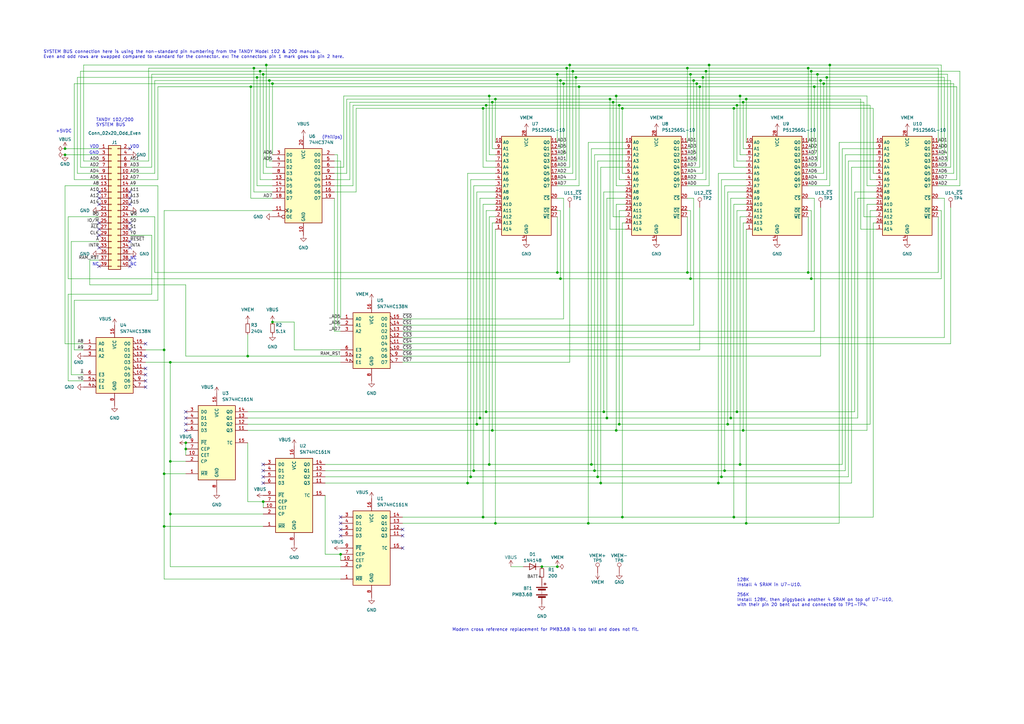
<source format=kicad_sch>
(kicad_sch (version 20230121) (generator eeschema)
  (paper "A3")
  (title_block (title "NODE DATAPAC 256K historical") (date "2023-08-23") (rev "001") (company "Brian K. White - b.kenyon.w@gmail.com") (comment 1 "Re-created from examination of physical units.") (comment 2 "This version strictly and only documents the original parts and connections."))
  (junction (at 101.6 146.05))
  (junction (at 193.04 195.58))
  (junction (at 332.74 29.21))
  (junction (at 195.58 173.99))
  (junction (at 283.21 114.3))
  (junction (at 26.67 60.96))
  (junction (at 76.2 181.61))
  (junction (at 228.6 232.41))
  (junction (at 288.29 31.75))
  (junction (at 255.27 212.09))
  (junction (at 336.55 33.02))
  (junction (at 231.14 34.29))
  (junction (at 306.07 214.63))
  (junction (at 228.6 111.76))
  (junction (at 229.87 114.3))
  (junction (at 337.82 34.29))
  (junction (at 302.26 168.91))
  (junction (at 254 173.99))
  (junction (at 67.31 143.51))
  (junction (at 199.39 168.91))
  (junction (at 69.85 210.82))
  (junction (at 284.48 33.02))
  (junction (at 281.94 111.76))
  (junction (at 200.66 190.5))
  (junction (at 201.93 41.91))
  (junction (at 285.75 34.29))
  (junction (at 194.31 193.04))
  (junction (at 304.8 41.91))
  (junction (at 243.84 193.04))
  (junction (at 255.27 44.45))
  (junction (at 26.67 63.5))
  (junction (at 109.22 26.67))
  (junction (at 203.2 40.64))
  (junction (at 198.12 44.45))
  (junction (at 201.93 176.53))
  (junction (at 237.49 35.56))
  (junction (at 199.39 43.18))
  (junction (at 67.31 194.31))
  (junction (at 107.95 205.74))
  (junction (at 287.02 35.56))
  (junction (at 139.7 227.33))
  (junction (at 251.46 41.91))
  (junction (at 111.76 132.08))
  (junction (at 245.11 195.58))
  (junction (at 339.09 31.75))
  (junction (at 110.49 33.02))
  (junction (at 303.53 190.5))
  (junction (at 281.94 27.94))
  (junction (at 67.31 215.9))
  (junction (at 105.41 31.75))
  (junction (at 228.6 30.48))
  (junction (at 283.21 30.48))
  (junction (at 300.99 44.45))
  (junction (at 246.38 198.12))
  (junction (at 300.99 212.09))
  (junction (at 76.2 184.15))
  (junction (at 191.77 198.12))
  (junction (at 106.68 29.21))
  (junction (at 298.45 173.99))
  (junction (at 203.2 214.63))
  (junction (at 107.95 30.48))
  (junction (at 248.92 171.45))
  (junction (at 229.87 33.02))
  (junction (at 340.36 26.67))
  (junction (at 302.26 43.18))
  (junction (at 303.53 39.37))
  (junction (at 252.73 39.37))
  (junction (at 335.28 30.48))
  (junction (at 304.8 176.53))
  (junction (at 222.25 232.41))
  (junction (at 69.85 189.23))
  (junction (at 290.83 26.67))
  (junction (at 232.41 27.94))
  (junction (at 236.22 31.75))
  (junction (at 234.95 29.21))
  (junction (at 200.66 39.37))
  (junction (at 104.14 27.94))
  (junction (at 297.18 193.04))
  (junction (at 331.47 111.76))
  (junction (at 196.85 171.45))
  (junction (at 247.65 168.91))
  (junction (at 331.47 27.94))
  (junction (at 250.19 40.64))
  (junction (at 252.73 176.53))
  (junction (at 198.12 212.09))
  (junction (at 254 43.18))
  (junction (at 334.01 35.56))
  (junction (at 295.91 195.58))
  (junction (at 69.85 148.59))
  (junction (at 233.68 26.67))
  (junction (at 299.72 171.45))
  (junction (at 332.74 114.3))
  (junction (at 242.57 190.5))
  (junction (at 294.64 198.12))
  (junction (at 306.07 40.64))
  (junction (at 289.56 29.21))
  (junction (at 102.87 35.56))
  (junction (at 241.3 214.63))
  (junction (at 111.76 34.29))
  (no_connect (at 59.69 146.05))
  (no_connect (at 53.34 99.06))
  (no_connect (at 165.1 217.17))
  (no_connect (at 53.34 83.82))
  (no_connect (at 76.2 171.45))
  (no_connect (at 59.69 151.13))
  (no_connect (at 40.64 109.22))
  (no_connect (at 53.34 91.44))
  (no_connect (at 59.69 158.75))
  (no_connect (at 53.34 109.22))
  (no_connect (at 76.2 173.99))
  (no_connect (at 139.7 219.71))
  (no_connect (at 165.1 219.71))
  (no_connect (at 40.64 91.44))
  (no_connect (at 165.1 224.79))
  (no_connect (at 40.64 81.28))
  (no_connect (at 107.95 195.58))
  (no_connect (at 107.95 198.12))
  (no_connect (at 59.69 156.21))
  (no_connect (at 40.64 83.82))
  (no_connect (at 107.95 190.5))
  (no_connect (at 76.2 176.53))
  (no_connect (at 40.64 101.6))
  (no_connect (at 59.69 153.67))
  (no_connect (at 53.34 78.74))
  (no_connect (at 40.64 93.98))
  (no_connect (at 40.64 96.52))
  (no_connect (at 53.34 106.68))
  (no_connect (at 53.34 60.96))
  (no_connect (at 139.7 217.17))
  (no_connect (at 53.34 81.28))
  (no_connect (at 53.34 93.98))
  (no_connect (at 53.34 101.6))
  (no_connect (at 76.2 168.91))
  (no_connect (at 139.7 212.09))
  (no_connect (at 107.95 193.04))
  (no_connect (at 40.64 78.74))
  (no_connect (at 59.69 140.97))
  (no_connect (at 139.7 214.63))
  (wire (pts (xy 345.44 60.96) (xy 359.41 60.96)))
  (wire (pts (xy 203.2 88.9) (xy 200.66 88.9)))
  (wire (pts (xy 331.47 66.04) (xy 335.28 66.04)))
  (wire (pts (xy 109.22 26.67) (xy 233.68 26.67)))
  (wire (pts (xy 200.66 39.37) (xy 252.73 39.37)))
  (wire (pts (xy 389.89 33.02) (xy 389.89 68.58)))
  (wire (pts (xy 196.85 81.28) (xy 196.85 171.45)))
  (wire (pts (xy 201.93 176.53) (xy 252.73 176.53)))
  (wire (pts (xy 250.19 40.64) (xy 250.19 93.98)))
  (wire (pts (xy 143.51 41.91) (xy 143.51 73.66)))
  (wire (pts (xy 356.87 173.99) (xy 356.87 86.36)))
  (wire (pts (xy 355.6 76.2) (xy 359.41 76.2)))
  (wire (pts (xy 26.67 63.5) (xy 40.64 63.5)))
  (wire (pts (xy 228.6 30.48) (xy 283.21 30.48)))
  (wire (pts (xy 236.22 31.75) (xy 288.29 31.75)))
  (wire (pts (xy 335.28 30.48) (xy 335.28 66.04)))
  (wire (pts (xy 306.07 66.04) (xy 302.26 66.04)))
  (wire (pts (xy 200.66 63.5) (xy 203.2 63.5)))
  (wire (pts (xy 242.57 60.96) (xy 242.57 190.5)))
  (wire (pts (xy 64.77 76.2) (xy 64.77 123.19)))
  (wire (pts (xy 196.85 171.45) (xy 248.92 171.45)))
  (wire (pts (xy 76.2 181.61) (xy 76.2 184.15)))
  (wire (pts (xy 339.09 73.66) (xy 331.47 73.66)))
  (wire (pts (xy 344.17 214.63) (xy 344.17 58.42)))
  (wire (pts (xy 200.66 88.9) (xy 200.66 190.5)))
  (wire (pts (xy 30.48 34.29) (xy 111.76 34.29)))
  (wire (pts (xy 31.75 71.12) (xy 40.64 71.12)))
  (wire (pts (xy 138.43 133.35) (xy 138.43 63.5)))
  (wire (pts (xy 60.96 27.94) (xy 60.96 66.04)))
  (wire (pts (xy 201.93 91.44) (xy 203.2 91.44)))
  (wire (pts (xy 281.94 68.58) (xy 287.02 68.58)))
  (wire (pts (xy 288.29 31.75) (xy 339.09 31.75)))
  (wire (pts (xy 36.83 116.84) (xy 76.2 116.84)))
  (wire (pts (xy 389.89 85.09) (xy 389.89 140.97)))
  (wire (pts (xy 111.76 34.29) (xy 111.76 63.5)))
  (wire (pts (xy 254 173.99) (xy 298.45 173.99)))
  (wire (pts (xy 203.2 214.63) (xy 241.3 214.63)))
  (wire (pts (xy 287.02 85.09) (xy 287.02 143.51)))
  (wire (pts (xy 387.35 31.75) (xy 387.35 63.5)))
  (wire (pts (xy 306.07 81.28) (xy 299.72 81.28)))
  (wire (pts (xy 59.69 143.51) (xy 67.31 143.51)))
  (wire (pts (xy 283.21 86.36) (xy 281.94 86.36)))
  (wire (pts (xy 165.1 133.35) (xy 284.48 133.35)))
  (wire (pts (xy 300.99 44.45) (xy 358.14 44.45)))
  (wire (pts (xy 31.75 31.75) (xy 105.41 31.75)))
  (wire (pts (xy 256.54 71.12) (xy 255.27 71.12)))
  (wire (pts (xy 256.54 63.5) (xy 243.84 63.5)))
  (wire (pts (xy 287.02 35.56) (xy 334.01 35.56)))
  (wire (pts (xy 392.43 73.66) (xy 384.81 73.66)))
  (wire (pts (xy 289.56 29.21) (xy 332.74 29.21)))
  (wire (pts (xy 101.6 171.45) (xy 196.85 171.45)))
  (wire (pts (xy 165.1 148.59) (xy 233.68 148.59)))
  (wire (pts (xy 76.2 146.05) (xy 101.6 146.05)))
  (wire (pts (xy 234.95 29.21) (xy 289.56 29.21)))
  (wire (pts (xy 281.94 27.94) (xy 281.94 58.42)))
  (wire (pts (xy 350.52 168.91) (xy 350.52 78.74)))
  (wire (pts (xy 250.19 40.64) (xy 306.07 40.64)))
  (wire (pts (xy 256.54 81.28) (xy 248.92 81.28)))
  (wire (pts (xy 30.48 143.51) (xy 34.29 143.51)))
  (wire (pts (xy 201.93 41.91) (xy 251.46 41.91)))
  (wire (pts (xy 332.74 86.36) (xy 331.47 86.36)))
  (wire (pts (xy 120.65 132.08) (xy 120.65 143.51)))
  (wire (pts (xy 345.44 190.5) (xy 345.44 60.96)))
  (wire (pts (xy 347.98 66.04) (xy 359.41 66.04)))
  (wire (pts (xy 203.2 40.64) (xy 250.19 40.64)))
  (wire (pts (xy 386.08 60.96) (xy 384.81 60.96)))
  (wire (pts (xy 243.84 193.04) (xy 297.18 193.04)))
  (wire (pts (xy 340.36 26.67) (xy 386.08 26.67)))
  (wire (pts (xy 34.29 26.67) (xy 109.22 26.67)))
  (wire (pts (xy 306.07 63.5) (xy 303.53 63.5)))
  (wire (pts (xy 198.12 44.45) (xy 198.12 68.58)))
  (wire (pts (xy 229.87 86.36) (xy 228.6 86.36)))
  (wire (pts (xy 139.7 227.33) (xy 133.35 227.33)))
  (wire (pts (xy 40.64 73.66) (xy 30.48 73.66)))
  (wire (pts (xy 165.1 143.51) (xy 287.02 143.51)))
  (wire (pts (xy 302.26 43.18) (xy 302.26 66.04)))
  (wire (pts (xy 110.49 66.04) (xy 111.76 66.04)))
  (wire (pts (xy 346.71 63.5) (xy 359.41 63.5)))
  (wire (pts (xy 104.14 27.94) (xy 232.41 27.94)))
  (wire (pts (xy 69.85 148.59) (xy 69.85 189.23)))
  (wire (pts (xy 137.16 71.12) (xy 142.24 71.12)))
  (wire (pts (xy 63.5 88.9) (xy 63.5 111.76)))
  (wire (pts (xy 336.55 85.09) (xy 336.55 146.05)))
  (wire (pts (xy 203.2 86.36) (xy 199.39 86.36)))
  (wire (pts (xy 245.11 66.04) (xy 245.11 195.58)))
  (wire (pts (xy 203.2 71.12) (xy 191.77 71.12)))
  (wire (pts (xy 34.29 156.21) (xy 27.94 156.21)))
  (wire (pts (xy 246.38 68.58) (xy 246.38 198.12)))
  (wire (pts (xy 281.94 27.94) (xy 331.47 27.94)))
  (wire (pts (xy 203.2 73.66) (xy 193.04 73.66)))
  (wire (pts (xy 233.68 85.09) (xy 233.68 148.59)))
  (wire (pts (xy 137.16 135.89) (xy 139.7 135.89)))
  (wire (pts (xy 101.6 176.53) (xy 201.93 176.53)))
  (wire (pts (xy 300.99 212.09) (xy 358.14 212.09)))
  (wire (pts (xy 203.2 78.74) (xy 195.58 78.74)))
  (wire (pts (xy 388.62 30.48) (xy 388.62 66.04)))
  (wire (pts (xy 231.14 34.29) (xy 231.14 63.5)))
  (wire (pts (xy 228.6 111.76) (xy 228.6 88.9)))
  (wire (pts (xy 302.26 168.91) (xy 350.52 168.91)))
  (wire (pts (xy 137.16 78.74) (xy 146.05 78.74)))
  (wire (pts (xy 67.31 215.9) (xy 67.31 237.49)))
  (wire (pts (xy 294.64 71.12) (xy 306.07 71.12)))
  (wire (pts (xy 62.23 30.48) (xy 107.95 30.48)))
  (wire (pts (xy 306.07 60.96) (xy 304.8 60.96)))
  (wire (pts (xy 201.93 60.96) (xy 201.93 41.91)))
  (wire (pts (xy 356.87 43.18) (xy 356.87 73.66)))
  (wire (pts (xy 111.76 76.2) (xy 105.41 76.2)))
  (wire (pts (xy 53.34 88.9) (xy 63.5 88.9)))
  (wire (pts (xy 349.25 198.12) (xy 349.25 68.58)))
  (wire (pts (xy 252.73 83.82) (xy 252.73 176.53)))
  (wire (pts (xy 334.01 81.28) (xy 331.47 81.28)))
  (wire (pts (xy 69.85 210.82) (xy 69.85 232.41)))
  (wire (pts (xy 232.41 27.94) (xy 232.41 66.04)))
  (wire (pts (xy 60.96 27.94) (xy 104.14 27.94)))
  (wire (pts (xy 30.48 143.51) (xy 30.48 123.19)))
  (wire (pts (xy 203.2 60.96) (xy 201.93 60.96)))
  (wire (pts (xy 104.14 78.74) (xy 111.76 78.74)))
  (wire (pts (xy 198.12 212.09) (xy 255.27 212.09)))
  (wire (pts (xy 67.31 215.9) (xy 107.95 215.9)))
  (wire (pts (xy 306.07 78.74) (xy 298.45 78.74)))
  (wire (pts (xy 33.02 29.21) (xy 106.68 29.21)))
  (wire (pts (xy 384.81 111.76) (xy 384.81 88.9)))
  (wire (pts (xy 252.73 176.53) (xy 304.8 176.53)))
  (wire (pts (xy 106.68 29.21) (xy 106.68 73.66)))
  (wire (pts (xy 306.07 76.2) (xy 297.18 76.2)))
  (wire (pts (xy 242.57 190.5) (xy 303.53 190.5)))
  (wire (pts (xy 194.31 76.2) (xy 194.31 193.04)))
  (wire (pts (xy 195.58 78.74) (xy 195.58 173.99)))
  (wire (pts (xy 76.2 186.69) (xy 76.2 184.15)))
  (wire (pts (xy 331.47 63.5) (xy 334.01 63.5)))
  (wire (pts (xy 332.74 114.3) (xy 386.08 114.3)))
  (wire (pts (xy 306.07 40.64) (xy 353.06 40.64)))
  (wire (pts (xy 284.48 81.28) (xy 281.94 81.28)))
  (wire (pts (xy 306.07 214.63) (xy 344.17 214.63)))
  (wire (pts (xy 139.7 227.33) (xy 139.7 229.87)))
  (wire (pts (xy 53.34 66.04) (xy 60.96 66.04)))
  (wire (pts (xy 358.14 91.44) (xy 359.41 91.44)))
  (wire (pts (xy 288.29 71.12) (xy 281.94 71.12)))
  (wire (pts (xy 251.46 41.91) (xy 251.46 88.9)))
  (wire (pts (xy 332.74 86.36) (xy 332.74 114.3)))
  (wire (pts (xy 67.31 194.31) (xy 76.2 194.31)))
  (wire (pts (xy 303.53 88.9) (xy 303.53 190.5)))
  (wire (pts (xy 285.75 66.04) (xy 281.94 66.04)))
  (wire (pts (xy 231.14 34.29) (xy 285.75 34.29)))
  (wire (pts (xy 393.7 76.2) (xy 384.81 76.2)))
  (wire (pts (xy 256.54 66.04) (xy 245.11 66.04)))
  (wire (pts (xy 283.21 86.36) (xy 283.21 114.3)))
  (wire (pts (xy 102.87 35.56) (xy 237.49 35.56)))
  (wire (pts (xy 355.6 83.82) (xy 359.41 83.82)))
  (wire (pts (xy 142.24 71.12) (xy 142.24 40.64)))
  (wire (pts (xy 285.75 34.29) (xy 285.75 66.04)))
  (wire (pts (xy 34.29 153.67) (xy 29.21 153.67)))
  (wire (pts (xy 283.21 30.48) (xy 283.21 60.96)))
  (wire (pts (xy 256.54 76.2) (xy 252.73 76.2)))
  (wire (pts (xy 331.47 71.12) (xy 337.82 71.12)))
  (wire (pts (xy 26.67 76.2) (xy 26.67 140.97)))
  (wire (pts (xy 203.2 66.04) (xy 199.39 66.04)))
  (wire (pts (xy 237.49 35.56) (xy 287.02 35.56)))
  (wire (pts (xy 299.72 171.45) (xy 351.79 171.45)))
  (wire (pts (xy 255.27 44.45) (xy 255.27 71.12)))
  (wire (pts (xy 281.94 60.96) (xy 283.21 60.96)))
  (wire (pts (xy 203.2 68.58) (xy 198.12 68.58)))
  (wire (pts (xy 101.6 137.16) (xy 101.6 146.05)))
  (wire (pts (xy 198.12 83.82) (xy 198.12 212.09)))
  (wire (pts (xy 53.34 76.2) (xy 64.77 76.2)))
  (wire (pts (xy 252.73 39.37) (xy 303.53 39.37)))
  (wire (pts (xy 165.1 140.97) (xy 389.89 140.97)))
  (wire (pts (xy 198.12 44.45) (xy 255.27 44.45)))
  (wire (pts (xy 200.66 39.37) (xy 200.66 63.5)))
  (wire (pts (xy 101.6 181.61) (xy 101.6 205.74)))
  (wire (pts (xy 281.94 111.76) (xy 331.47 111.76)))
  (wire (pts (xy 237.49 35.56) (xy 237.49 76.2)))
  (wire (pts (xy 203.2 81.28) (xy 196.85 81.28)))
  (wire (pts (xy 111.76 73.66) (xy 106.68 73.66)))
  (wire (pts (xy 339.09 31.75) (xy 339.09 73.66)))
  (wire (pts (xy 228.6 76.2) (xy 237.49 76.2)))
  (wire (pts (xy 304.8 41.91) (xy 354.33 41.91)))
  (wire (pts (xy 137.16 73.66) (xy 143.51 73.66)))
  (wire (pts (xy 33.02 68.58) (xy 33.02 29.21)))
  (wire (pts (xy 27.94 156.21) (xy 27.94 120.65)))
  (wire (pts (xy 245.11 195.58) (xy 295.91 195.58)))
  (wire (pts (xy 69.85 148.59) (xy 139.7 148.59)))
  (wire (pts (xy 302.26 43.18) (xy 356.87 43.18)))
  (wire (pts (xy 105.41 31.75) (xy 105.41 76.2)))
  (wire (pts (xy 255.27 91.44) (xy 255.27 212.09)))
  (wire (pts (xy 191.77 198.12) (xy 246.38 198.12)))
  (wire (pts (xy 350.52 78.74) (xy 359.41 78.74)))
  (wire (pts (xy 331.47 27.94) (xy 384.81 27.94)))
  (wire (pts (xy 337.82 71.12) (xy 337.82 34.29)))
  (wire (pts (xy 27.94 88.9) (xy 27.94 114.3)))
  (wire (pts (xy 340.36 76.2) (xy 331.47 76.2)))
  (wire (pts (xy 306.07 40.64) (xy 306.07 58.42)))
  (wire (pts (xy 101.6 146.05) (xy 139.7 146.05)))
  (wire (pts (xy 234.95 29.21) (xy 234.95 71.12)))
  (wire (pts (xy 247.65 78.74) (xy 247.65 168.91)))
  (wire (pts (xy 26.67 76.2) (xy 40.64 76.2)))
  (wire (pts (xy 353.06 40.64) (xy 353.06 93.98)))
  (wire (pts (xy 386.08 114.3) (xy 386.08 86.36)))
  (wire (pts (xy 281.94 88.9) (xy 281.94 111.76)))
  (wire (pts (xy 303.53 39.37) (xy 355.6 39.37)))
  (wire (pts (xy 199.39 43.18) (xy 199.39 66.04)))
  (wire (pts (xy 142.24 40.64) (xy 203.2 40.64)))
  (wire (pts (xy 355.6 39.37) (xy 355.6 76.2)))
  (wire (pts (xy 354.33 88.9) (xy 359.41 88.9)))
  (wire (pts (xy 53.34 73.66) (xy 64.77 73.66)))
  (wire (pts (xy 356.87 86.36) (xy 359.41 86.36)))
  (wire (pts (xy 300.99 83.82) (xy 306.07 83.82)))
  (wire (pts (xy 391.16 71.12) (xy 391.16 34.29)))
  (wire (pts (xy 62.23 120.65) (xy 62.23 96.52)))
  (wire (pts (xy 247.65 168.91) (xy 302.26 168.91)))
  (wire (pts (xy 336.55 33.02) (xy 389.89 33.02)))
  (wire (pts (xy 283.21 30.48) (xy 335.28 30.48)))
  (wire (pts (xy 228.6 63.5) (xy 231.14 63.5)))
  (wire (pts (xy 144.78 76.2) (xy 144.78 43.18)))
  (wire (pts (xy 200.66 190.5) (xy 242.57 190.5)))
  (wire (pts (xy 353.06 93.98) (xy 359.41 93.98)))
  (wire (pts (xy 101.6 205.74) (xy 107.95 205.74)))
  (wire (pts (xy 199.39 43.18) (xy 254 43.18)))
  (wire (pts (xy 69.85 189.23) (xy 76.2 189.23)))
  (wire (pts (xy 389.89 68.58) (xy 384.81 68.58)))
  (wire (pts (xy 231.14 81.28) (xy 228.6 81.28)))
  (wire (pts (xy 102.87 35.56) (xy 102.87 81.28)))
  (wire (pts (xy 198.12 83.82) (xy 203.2 83.82)))
  (wire (pts (xy 233.68 26.67) (xy 233.68 68.58)))
  (wire (pts (xy 69.85 232.41) (xy 139.7 232.41)))
  (wire (pts (xy 306.07 68.58) (xy 300.99 68.58)))
  (wire (pts (xy 241.3 58.42) (xy 241.3 214.63)))
  (wire (pts (xy 358.14 71.12) (xy 359.41 71.12)))
  (wire (pts (xy 133.35 195.58) (xy 193.04 195.58)))
  (wire (pts (xy 165.1 138.43) (xy 387.35 138.43)))
  (wire (pts (xy 331.47 27.94) (xy 331.47 58.42)))
  (wire (pts (xy 139.7 66.04) (xy 139.7 130.81)))
  (wire (pts (xy 332.74 60.96) (xy 331.47 60.96)))
  (wire (pts (xy 256.54 60.96) (xy 242.57 60.96)))
  (wire (pts (xy 228.6 73.66) (xy 236.22 73.66)))
  (wire (pts (xy 69.85 189.23) (xy 69.85 210.82)))
  (wire (pts (xy 67.31 194.31) (xy 67.31 215.9)))
  (wire (pts (xy 137.16 76.2) (xy 144.78 76.2)))
  (wire (pts (xy 26.67 60.96) (xy 40.64 60.96)))
  (wire (pts (xy 303.53 39.37) (xy 303.53 63.5)))
  (wire (pts (xy 29.21 99.06) (xy 40.64 99.06)))
  (wire (pts (xy 165.1 212.09) (xy 198.12 212.09)))
  (wire (pts (xy 246.38 198.12) (xy 294.64 198.12)))
  (wire (pts (xy 63.5 33.02) (xy 110.49 33.02)))
  (wire (pts (xy 137.16 66.04) (xy 139.7 66.04)))
  (wire (pts (xy 339.09 31.75) (xy 387.35 31.75)))
  (wire (pts (xy 27.94 120.65) (xy 62.23 120.65)))
  (wire (pts (xy 336.55 33.02) (xy 336.55 68.58)))
  (wire (pts (xy 137.16 68.58) (xy 140.97 68.58)))
  (wire (pts (xy 105.41 31.75) (xy 236.22 31.75)))
  (wire (pts (xy 31.75 31.75) (xy 31.75 71.12)))
  (wire (pts (xy 256.54 88.9) (xy 251.46 88.9)))
  (wire (pts (xy 34.29 26.67) (xy 34.29 66.04)))
  (wire (pts (xy 303.53 190.5) (xy 345.44 190.5)))
  (wire (pts (xy 284.48 63.5) (xy 281.94 63.5)))
  (wire (pts (xy 392.43 35.56) (xy 392.43 73.66)))
  (wire (pts (xy 30.48 73.66) (xy 30.48 34.29)))
  (wire (pts (xy 393.7 29.21) (xy 393.7 76.2)))
  (wire (pts (xy 67.31 86.36) (xy 111.76 86.36)))
  (wire (pts (xy 332.74 29.21) (xy 393.7 29.21)))
  (wire (pts (xy 111.76 132.08) (xy 120.65 132.08)))
  (wire (pts (xy 300.99 83.82) (xy 300.99 212.09)))
  (wire (pts (xy 133.35 227.33) (xy 133.35 203.2)))
  (wire (pts (xy 104.14 27.94) (xy 104.14 78.74)))
  (wire (pts (xy 290.83 26.67) (xy 290.83 76.2)))
  (wire (pts (xy 64.77 35.56) (xy 102.87 35.56)))
  (wire (pts (xy 290.83 26.67) (xy 340.36 26.67)))
  (wire (pts (xy 297.18 76.2) (xy 297.18 193.04)))
  (wire (pts (xy 297.18 193.04) (xy 346.71 193.04)))
  (wire (pts (xy 289.56 29.21) (xy 289.56 73.66)))
  (wire (pts (xy 111.76 71.12) (xy 107.95 71.12)))
  (wire (pts (xy 355.6 176.53) (xy 355.6 83.82)))
  (wire (pts (xy 201.93 91.44) (xy 201.93 176.53)))
  (wire (pts (xy 334.01 35.56) (xy 392.43 35.56)))
  (wire (pts (xy 62.23 68.58) (xy 62.23 30.48)))
  (wire (pts (xy 284.48 33.02) (xy 336.55 33.02)))
  (wire (pts (xy 139.7 133.35) (xy 138.43 133.35)))
  (wire (pts (xy 337.82 34.29) (xy 391.16 34.29)))
  (wire (pts (xy 140.97 39.37) (xy 200.66 39.37)))
  (wire (pts (xy 290.83 76.2) (xy 281.94 76.2)))
  (wire (pts (xy 241.3 214.63) (xy 306.07 214.63)))
  (wire (pts (xy 36.83 106.68) (xy 40.64 106.68)))
  (wire (pts (xy 191.77 71.12) (xy 191.77 198.12)))
  (wire (pts (xy 203.2 76.2) (xy 194.31 76.2)))
  (wire (pts (xy 304.8 91.44) (xy 304.8 176.53)))
  (wire (pts (xy 331.47 111.76) (xy 384.81 111.76)))
  (wire (pts (xy 40.64 68.58) (xy 33.02 68.58)))
  (wire (pts (xy 306.07 88.9) (xy 303.53 88.9)))
  (wire (pts (xy 332.74 29.21) (xy 332.74 60.96)))
  (wire (pts (xy 53.34 71.12) (xy 63.5 71.12)))
  (wire (pts (xy 285.75 34.29) (xy 337.82 34.29)))
  (wire (pts (xy 229.87 86.36) (xy 229.87 114.3)))
  (wire (pts (xy 384.81 27.94) (xy 384.81 58.42)))
  (wire (pts (xy 284.48 33.02) (xy 284.48 63.5)))
  (wire (pts (xy 331.47 111.76) (xy 331.47 88.9)))
  (wire (pts (xy 295.91 73.66) (xy 295.91 195.58)))
  (wire (pts (xy 298.45 173.99) (xy 356.87 173.99)))
  (wire (pts (xy 295.91 195.58) (xy 347.98 195.58)))
  (wire (pts (xy 107.95 30.48) (xy 107.95 71.12)))
  (wire (pts (xy 233.68 26.67) (xy 290.83 26.67)))
  (wire (pts (xy 194.31 193.04) (xy 243.84 193.04)))
  (wire (pts (xy 298.45 78.74) (xy 298.45 173.99)))
  (wire (pts (xy 195.58 173.99) (xy 254 173.99)))
  (wire (pts (xy 256.54 83.82) (xy 252.73 83.82)))
  (wire (pts (xy 354.33 41.91) (xy 354.33 88.9)))
  (wire (pts (xy 386.08 26.67) (xy 386.08 60.96)))
  (wire (pts (xy 336.55 68.58) (xy 331.47 68.58)))
  (wire (pts (xy 63.5 71.12) (xy 63.5 33.02)))
  (wire (pts (xy 241.3 58.42) (xy 256.54 58.42)))
  (wire (pts (xy 29.21 99.06) (xy 29.21 153.67)))
  (wire (pts (xy 254 86.36) (xy 254 173.99)))
  (wire (pts (xy 138.43 63.5) (xy 137.16 63.5)))
  (wire (pts (xy 351.79 81.28) (xy 359.41 81.28)))
  (wire (pts (xy 256.54 93.98) (xy 250.19 93.98)))
  (wire (pts (xy 254 43.18) (xy 302.26 43.18)))
  (wire (pts (xy 101.6 173.99) (xy 195.58 173.99)))
  (wire (pts (xy 304.8 41.91) (xy 304.8 60.96)))
  (wire (pts (xy 255.27 91.44) (xy 256.54 91.44)))
  (wire (pts (xy 284.48 133.35) (xy 284.48 81.28)))
  (wire (pts (xy 140.97 68.58) (xy 140.97 39.37)))
  (wire (pts (xy 287.02 35.56) (xy 287.02 68.58)))
  (wire (pts (xy 109.22 26.67) (xy 109.22 68.58)))
  (wire (pts (xy 69.85 210.82) (xy 107.95 210.82)))
  (wire (pts (xy 120.65 143.51) (xy 139.7 143.51)))
  (wire (pts (xy 351.79 171.45) (xy 351.79 81.28)))
  (wire (pts (xy 62.23 96.52) (xy 53.34 96.52)))
  (wire (pts (xy 388.62 66.04) (xy 384.81 66.04)))
  (wire (pts (xy 256.54 86.36) (xy 254 86.36)))
  (wire (pts (xy 288.29 31.75) (xy 288.29 71.12)))
  (wire (pts (xy 146.05 44.45) (xy 198.12 44.45)))
  (wire (pts (xy 76.2 116.84) (xy 76.2 146.05)))
  (wire (pts (xy 27.94 114.3) (xy 229.87 114.3)))
  (wire (pts (xy 346.71 193.04) (xy 346.71 63.5)))
  (wire (pts (xy 111.76 34.29) (xy 231.14 34.29)))
  (wire (pts (xy 209.55 232.41) (xy 214.63 232.41)))
  (wire (pts (xy 133.35 193.04) (xy 194.31 193.04)))
  (wire (pts (xy 347.98 195.58) (xy 347.98 66.04)))
  (wire (pts (xy 256.54 68.58) (xy 246.38 68.58)))
  (wire (pts (xy 334.01 35.56) (xy 334.01 63.5)))
  (wire (pts (xy 255.27 212.09) (xy 300.99 212.09)))
  (wire (pts (xy 199.39 86.36) (xy 199.39 168.91)))
  (wire (pts (xy 222.25 232.41) (xy 228.6 232.41)))
  (wire (pts (xy 34.29 66.04) (xy 40.64 66.04)))
  (wire (pts (xy 143.51 41.91) (xy 201.93 41.91)))
  (wire (pts (xy 248.92 171.45) (xy 299.72 171.45)))
  (wire (pts (xy 165.1 146.05) (xy 336.55 146.05)))
  (wire (pts (xy 111.76 68.58) (xy 109.22 68.58)))
  (wire (pts (xy 306.07 93.98) (xy 306.07 214.63)))
  (wire (pts (xy 228.6 66.04) (xy 232.41 66.04)))
  (wire (pts (xy 165.1 214.63) (xy 203.2 214.63)))
  (wire (pts (xy 252.73 39.37) (xy 252.73 76.2)))
  (wire (pts (xy 203.2 40.64) (xy 203.2 58.42)))
  (wire (pts (xy 229.87 114.3) (xy 283.21 114.3)))
  (wire (pts (xy 203.2 93.98) (xy 203.2 214.63)))
  (wire (pts (xy 53.34 68.58) (xy 62.23 68.58)))
  (wire (pts (xy 335.28 30.48) (xy 388.62 30.48)))
  (wire (pts (xy 256.54 73.66) (xy 254 73.66)))
  (wire (pts (xy 387.35 63.5) (xy 384.81 63.5)))
  (wire (pts (xy 229.87 33.02) (xy 229.87 60.96)))
  (wire (pts (xy 228.6 111.76) (xy 281.94 111.76)))
  (wire (pts (xy 107.95 30.48) (xy 228.6 30.48)))
  (wire (pts (xy 384.81 71.12) (xy 391.16 71.12)))
  (wire (pts (xy 236.22 31.75) (xy 236.22 73.66)))
  (wire (pts (xy 193.04 73.66) (xy 193.04 195.58)))
  (wire (pts (xy 231.14 130.81) (xy 231.14 81.28)))
  (wire (pts (xy 229.87 33.02) (xy 284.48 33.02)))
  (wire (pts (xy 386.08 86.36) (xy 384.81 86.36)))
  (wire (pts (xy 306.07 73.66) (xy 295.91 73.66)))
  (wire (pts (xy 36.83 116.84) (xy 36.83 106.68)))
  (wire (pts (xy 26.67 140.97) (xy 34.29 140.97)))
  (wire (pts (xy 233.68 68.58) (xy 228.6 68.58)))
  (wire (pts (xy 349.25 68.58) (xy 359.41 68.58)))
  (wire (pts (xy 229.87 33.02) (xy 110.49 33.02)))
  (wire (pts (xy 137.16 135.89) (xy 137.16 81.28)))
  (wire (pts (xy 283.21 114.3) (xy 332.74 114.3)))
  (wire (pts (xy 67.31 86.36) (xy 67.31 143.51)))
  (wire (pts (xy 232.41 27.94) (xy 281.94 27.94)))
  (wire (pts (xy 165.1 130.81) (xy 231.14 130.81)))
  (wire (pts (xy 144.78 43.18) (xy 199.39 43.18)))
  (wire (pts (xy 67.31 143.51) (xy 67.31 194.31)))
  (wire (pts (xy 110.49 33.02) (xy 110.49 66.04)))
  (wire (pts (xy 302.26 86.36) (xy 302.26 168.91)))
  (wire (pts (xy 243.84 63.5) (xy 243.84 193.04)))
  (wire (pts (xy 358.14 212.09) (xy 358.14 91.44)))
  (wire (pts (xy 111.76 81.28) (xy 102.87 81.28)))
  (wire (pts (xy 304.8 176.53) (xy 355.6 176.53)))
  (wire (pts (xy 107.95 205.74) (xy 107.95 208.28)))
  (wire (pts (xy 146.05 78.74) (xy 146.05 44.45)))
  (wire (pts (xy 356.87 73.66) (xy 359.41 73.66)))
  (wire (pts (xy 64.77 73.66) (xy 64.77 35.56)))
  (wire (pts (xy 101.6 168.91) (xy 199.39 168.91)))
  (wire (pts (xy 248.92 81.28) (xy 248.92 171.45)))
  (wire (pts (xy 193.04 195.58) (xy 245.11 195.58)))
  (wire (pts (xy 255.27 44.45) (xy 300.99 44.45)))
  (wire (pts (xy 234.95 71.12) (xy 228.6 71.12)))
  (wire (pts (xy 63.5 111.76) (xy 228.6 111.76)))
  (wire (pts (xy 247.65 78.74) (xy 256.54 78.74)))
  (wire (pts (xy 289.56 73.66) (xy 281.94 73.66)))
  (wire (pts (xy 300.99 68.58) (xy 300.99 44.45)))
  (wire (pts (xy 254 43.18) (xy 254 73.66)))
  (wire (pts (xy 294.64 198.12) (xy 349.25 198.12)))
  (wire (pts (xy 358.14 44.45) (xy 358.14 71.12)))
  (wire (pts (xy 67.31 237.49) (xy 139.7 237.49)))
  (wire (pts (xy 133.35 190.5) (xy 200.66 190.5)))
  (wire (pts (xy 228.6 30.48) (xy 228.6 58.42)))
  (wire (pts (xy 299.72 81.28) (xy 299.72 171.45)))
  (wire (pts (xy 340.36 26.67) (xy 340.36 76.2)))
  (wire (pts (xy 344.17 58.42) (xy 359.41 58.42)))
  (wire (pts (xy 106.68 29.21) (xy 234.95 29.21)))
  (wire (pts (xy 294.64 71.12) (xy 294.64 198.12)))
  (wire (pts (xy 304.8 91.44) (xy 306.07 91.44)))
  (wire (pts (xy 387.35 138.43) (xy 387.35 81.28)))
  (wire (pts (xy 30.48 123.19) (xy 64.77 123.19)))
  (wire (pts (xy 229.87 60.96) (xy 228.6 60.96)))
  (wire (pts (xy 387.35 81.28) (xy 384.81 81.28)))
  (wire (pts (xy 306.07 86.36) (xy 302.26 86.36)))
  (wire (pts (xy 199.39 168.91) (xy 247.65 168.91)))
  (wire (pts (xy 133.35 198.12) (xy 191.77 198.12)))
  (wire (pts (xy 165.1 135.89) (xy 334.01 135.89)))
  (wire (pts (xy 251.46 41.91) (xy 304.8 41.91)))
  (wire (pts (xy 59.69 148.59) (xy 69.85 148.59)))
  (wire (pts (xy 40.64 88.9) (xy 27.94 88.9)))
  (wire (pts (xy 334.01 135.89) (xy 334.01 81.28)))
  (text "128K\nInstall 4 SRAM in U7-U10.\n\n256K\nInstall 128K, then piggyback another 4 SRAM on top of U7-U10,\nwith their pin 20 bent out and connected to TP1-TP4.\n" (at 302.26 248.92 0) (effects (font (size 1.27 1.27)) (justify left bottom)))
  (text "TANDY 102/200\nSYSTEM BUS" (at 39.37 52.07 0) (effects (font (size 1.27 1.27)) (justify left bottom)))
  (text "+5VDC" (at 22.86 54.61 0) (effects (font (size 1.27 1.27)) (justify left bottom)))
  (text "NC" (at 53.34 109.22 0) (effects (font (size 1.27 1.27)) (justify left bottom)))
  (text "NC" (at 53.34 106.68 0) (effects (font (size 1.27 1.27)) (justify left bottom)))
  (text "(Philips)" (at 132.08 57.15 0) (effects (font (size 1.27 1.27)) (justify left bottom)))
  (text "GND" (at 40.64 63.5 0) (effects (font (size 1.27 1.27)) (justify right bottom)))
  (text "VDD" (at 40.64 60.96 0) (effects (font (size 1.27 1.27)) (justify right bottom)))
  (text "Modern cross reference replacement for PMB3.6B is too tall and does not fit.\n" (at 185.42 259.08 0) (effects (font (size 1.27 1.27)) (justify left bottom)))
  (text "SYSTEM BUS connection here is using the non-standard pin numbering from the TANDY Model 102 & 200 manuals.\nEven and odd rows are swapped compared to standard for the connector. ex: The connectors pin 1 mark goes to pin 2 here." (at 17.78 24.13 0) (effects (font (size 1.27 1.27)) (justify left bottom)))
  (text "NC" (at 40.64 109.22 0) (effects (font (size 1.27 1.27)) (justify right bottom)))
  (text "VDD" (at 53.34 60.96 0) (effects (font (size 1.27 1.27)) (justify left bottom)))
  (label "A8" (at 40.64 76.2 180))
  (label "AD3" (at 53.34 68.58 0))
  (label "AD4" (at 384.81 63.5 0))
  (label "AD5" (at 384.81 68.58 0))
  (label "AD5" (at 111.76 66.04 180))
  (label "~{ALE}" (at 40.64 93.98 180))
  (label "AD0" (at 228.6 68.58 0))
  (label "AD5" (at 228.6 60.96 0))
  (label "~{CS2}" (at 165.1 135.89 0))
  (label "AD1" (at 384.81 58.42 0))
  (label "AD7" (at 331.47 63.5 0))
  (label "_AD7" (at 139.7 135.89 180))
  (label "AD6" (at 111.76 63.5 180))
  (label "Y0" (at 34.29 156.21 180))
  (label "INTR" (at 40.64 101.6 180))
  (label "AD1" (at 53.34 66.04 0))
  (label "BATT+" (at 222.25 237.49 180))
  (label "AD4" (at 281.94 71.12 0))
  (label "RAM_RST" (at 40.64 106.68 180))
  (label "AD7" (at 384.81 73.66 0))
  (label "AD7" (at 53.34 73.66 0))
  (label "AD2" (at 40.64 68.58 180))
  (label "A12" (at 40.64 81.28 180))
  (label "Y0" (at 53.34 96.52 0))
  (label "AD4" (at 331.47 73.66 0))
  (label "AD0" (at 331.47 76.2 0))
  (label "~{CS0}" (at 165.1 130.81 0))
  (label "AD1" (at 281.94 58.42 0))
  (label "~{CS1}" (at 165.1 133.35 0))
  (label "AD3" (at 228.6 58.42 0))
  (label "AD6" (at 228.6 63.5 0))
  (label "AD2" (at 384.81 76.2 0))
  (label "~{A}" (at 34.29 153.67 180))
  (label "AD6" (at 331.47 71.12 0))
  (label "~{CS7}" (at 165.1 148.59 0))
  (label "A14" (at 40.64 83.82 180))
  (label "~{RESET}" (at 53.34 99.06 0))
  (label "~{CS4}" (at 165.1 140.97 0))
  (label "AD2" (at 281.94 73.66 0))
  (label "AD0" (at 384.81 60.96 0))
  (label "AD5" (at 331.47 68.58 0))
  (label "AD6" (at 40.64 73.66 180))
  (label "_AD6" (at 139.7 133.35 180))
  (label "~{CS6}" (at 165.1 146.05 0))
  (label "AD2" (at 331.47 60.96 0))
  (label "~{CS3}" (at 165.1 138.43 0))
  (label "AD1" (at 331.47 58.42 0))
  (label "S1" (at 53.34 93.98 0))
  (label "AD7" (at 228.6 76.2 0))
  (label "INTA" (at 53.34 101.6 0))
  (label "_AD5" (at 139.7 130.81 180))
  (label "AD0" (at 40.64 66.04 180))
  (label "AD4" (at 228.6 73.66 0))
  (label "A11" (at 53.34 78.74 0))
  (label "AD6" (at 281.94 66.04 0))
  (label "AD6" (at 384.81 71.12 0))
  (label "A15" (at 53.34 83.82 0))
  (label "A9" (at 34.29 143.51 180))
  (label "~{CS5}" (at 165.1 143.51 0))
  (label "CLK" (at 40.64 96.52 180))
  (label "AD4" (at 40.64 71.12 180))
  (label "RAM_RST" (at 139.7 146.05 180))
  (label "IO{slash}~{M}" (at 40.64 91.44 180))
  (label "A8" (at 34.29 140.97 180))
  (label "AD1" (at 228.6 66.04 0))
  (label "AD7" (at 111.76 81.28 180))
  (label "AD0" (at 281.94 76.2 0))
  (label "S0" (at 53.34 91.44 0))
  (label "~{WR}" (at 53.34 88.9 0))
  (label "~{A}" (at 40.64 99.06 180))
  (label "AD5" (at 281.94 63.5 0))
  (label "A9" (at 53.34 76.2 0))
  (label "AD2" (at 228.6 71.12 0))
  (label "AD3" (at 384.81 66.04 0))
  (label "~{RD}" (at 40.64 88.9 180))
  (label "AD3" (at 281.94 60.96 0))
  (label "A10" (at 40.64 78.74 180))
  (label "AD5" (at 53.34 71.12 0))
  (label "A13" (at 53.34 81.28 0))
  (label "AD3" (at 331.47 66.04 0))
  (label "AD7" (at 281.94 68.58 0))
  (symbol (lib_id "Connector:TestPoint") (at 336.55 85.09 0) (unit 1)
    (property "Reference" "TP3" (at 337.82 81.28 0) (effects (justify left)))
    (property "Value" "U13_~{CS}" (at 337.82 80.01 0) (effects (justify bottom)))
    (property "Footprint" "000_LOCAL:TP_THT_60" (effects hide))
  )
  (symbol (lib_id "power:GND") (at 222.25 247.65 0) (unit 1)
    (property "Reference" "#PWR012" (effects hide))
    (property "Value" "GND" (at 222.25 252.73 0))
  )
  (symbol (lib_id "power:VMEM") (at 269.24 53.34 0) (unit 1)
    (property "Reference" "#PWR029" (effects hide))
    (property "Value" "VMEM" (at 269.24 48.26 0))
  )
  (symbol (lib_id "000_LOCAL:62256-DIP") (at 372.11 76.2 0) (unit 1)
    (property "Reference" "U10" (at 374.3041 50.8 0) (effects (justify left)))
    (property "Value" "P51256SL-10" (at 374.3041 53.34 0) (effects (justify left)))
    (property "Footprint" "000_LOCAL:DIP-28_W15.24mm" (effects hide))
    (property "Datasheet" "https://www.futurlec.com/Datasheet/Memory/62256.pdf" (effects hide))
  )
  (symbol (lib_id "power:GND") (at 254 234.95 0) (unit 1)
    (property "Reference" "#PWR041" (effects hide))
    (property "Value" "GND" (at 254 238.76 0))
  )
  (symbol (lib_id "power:GND") (at 53.34 104.14 90) (unit 1)
    (property "Reference" "#PWR08" (effects hide))
    (property "Value" "GND" (at 57.15 104.14 90) (effects (justify right)))
  )
  (symbol (lib_id "power:VMEM") (at 228.6 232.41 0) (unit 1)
    (property "Reference" "#PWR010" (effects hide))
    (property "Value" "VMEM" (at 228.6 228.6 0))
  )
  (symbol (lib_id "power:VBUS") (at 111.76 132.08 0) (unit 1)
    (property "Reference" "#PWR040" (effects hide))
    (property "Value" "VBUS" (at 111.76 127 0))
  )
  (symbol (lib_id "power:VBUS") (at 26.67 60.96 0) (unit 1)
    (property "Reference" "#PWR01" (effects hide))
    (property "Value" "VBUS" (at 26.67 57.15 0))
  )
  (symbol (lib_id "000_LOCAL:74374") (at 124.46 76.2 0) (unit 1)
    (property "Reference" "U6" (at 126.6541 55.88 0) (effects (justify left)))
    (property "Value" "74HC374N" (at 126.6541 58.42 0) (effects (justify left)))
    (property "Footprint" "000_LOCAL:DIP-20_W7.62mm" (effects hide))
    (property "Datasheet" "http://www.ti.com/lit/gpn/sn74LS374" (effects hide))
  )
  (symbol (lib_id "power:GND") (at 215.9 99.06 0) (unit 1)
    (property "Reference" "#PWR024" (effects hide))
    (property "Value" "GND" (at 215.9 104.14 0))
  )
  (symbol (lib_id "000_LOCAL:R") (at 222.25 234.95 0) (unit 1)
    (property "Reference" "R1" (at 224.79 233.68 0) (effects (justify left)))
    (property "Value" "200" (at 224.79 236.22 0) (effects (justify left)))
    (property "Footprint" "000_LOCAL:R_Axial_DIN0207_L6.3mm_D2.5mm_P10.16mm_Horizontal" (effects hide))
  )
  (symbol (lib_id "power:VBUS") (at 107.95 203.2 90) (unit 1)
    (property "Reference" "#PWR035" (effects hide))
    (property "Value" "VBUS" (at 109.22 200.66 90) (effects (justify left)))
  )
  (symbol (lib_id "power:GND") (at 46.99 166.37 0) (unit 1)
    (property "Reference" "#PWR022" (effects hide))
    (property "Value" "GND" (at 46.99 171.45 0))
  )
  (symbol (lib_id "power:GND") (at 40.64 86.36 270) (unit 1)
    (property "Reference" "#PWR05" (effects hide))
    (property "Value" "GND" (at 36.83 86.36 90) (effects (justify right)))
  )
  (symbol (lib_id "power:GND") (at 34.29 146.05 270) (unit 1)
    (property "Reference" "#PWR037" (effects hide))
    (property "Value" "GND" (at 34.29 148.59 90) (effects (justify right)))
  )
  (symbol (lib_id "power:PWR_FLAG") (at 26.67 60.96 90) (unit 1)
    (property "Reference" "#FLG01" (effects hide))
    (property "Value" "PWR_FLAG" (effects hide))
  )
  (symbol (lib_id "power:GND") (at 120.65 223.52 0) (unit 1)
    (property "Reference" "#PWR019" (effects hide))
    (property "Value" "GND" (at 120.65 228.6 0))
  )
  (symbol (lib_id "000_LOCAL:62256-DIP") (at 215.9 76.2 0) (unit 1)
    (property "Reference" "U7" (at 218.0941 50.8 0) (effects (justify left)))
    (property "Value" "P51256SL-10" (at 218.0941 53.34 0) (effects (justify left)))
    (property "Footprint" "000_LOCAL:DIP-28_W15.24mm" (effects hide))
    (property "Datasheet" "https://www.futurlec.com/Datasheet/Memory/62256.pdf" (effects hide))
  )
  (symbol (lib_id "000_LOCAL:74161") (at 152.4 224.79 0) (unit 1)
    (property "Reference" "U1" (at 154.5941 204.47 0) (effects (justify left)))
    (property "Value" "SN74HC161N" (at 154.5941 207.01 0) (effects (justify left)))
    (property "Footprint" "000_LOCAL:DIP-16_W7.62mm" (effects hide))
    (property "Datasheet" "http://www.ti.com/lit/gpn/sn74LS161" (effects hide))
  )
  (symbol (lib_id "power:GND") (at 40.64 104.14 270) (unit 1)
    (property "Reference" "#PWR07" (effects hide))
    (property "Value" "GND" (at 36.83 104.14 90) (effects (justify right)))
  )
  (symbol (lib_id "power:VMEM") (at 152.4 123.19 0) (unit 1)
    (property "Reference" "#PWR015" (effects hide))
    (property "Value" "VMEM" (at 148.59 120.65 0))
  )
  (symbol (lib_id "power:GND") (at 26.67 63.5 0) (unit 1)
    (property "Reference" "#PWR03" (effects hide))
    (property "Value" "GND" (at 26.67 67.31 0))
  )
  (symbol (lib_id "000_LOCAL:Battery") (at 222.25 242.57 0) (unit 1)
    (property "Reference" "BT1" (at 214.63 241.3 0) (effects (justify left)))
    (property "Value" "PMB3.6B" (at 218.44 243.84 0) (effects (justify right)))
    (property "Footprint" "000_LOCAL:PMB3.6B" (effects hide))
  )
  (symbol (lib_id "Connector:TestPoint") (at 233.68 85.09 0) (unit 1)
    (property "Reference" "TP1" (at 234.95 81.28 0) (effects (justify left)))
    (property "Value" "U11_~{CS}" (at 234.95 80.01 0) (effects (justify bottom)))
    (property "Footprint" "000_LOCAL:TP_THT_60" (effects hide))
  )
  (symbol (lib_id "000_LOCAL:74161") (at 88.9 181.61 0) (unit 1)
    (property "Reference" "U3" (at 91.0941 161.29 0) (effects (justify left)))
    (property "Value" "SN74HC161N" (at 91.0941 163.83 0) (effects (justify left)))
    (property "Footprint" "000_LOCAL:DIP-16_W7.62mm" (effects hide))
    (property "Datasheet" "http://www.ti.com/lit/gpn/sn74LS161" (effects hide))
  )
  (symbol (lib_id "power:VMEM") (at 372.11 53.34 0) (unit 1)
    (property "Reference" "#PWR031" (effects hide))
    (property "Value" "VMEM" (at 372.11 48.26 0))
  )
  (symbol (lib_id "000_LOCAL:74138") (at 46.99 148.59 0) (unit 1)
    (property "Reference" "U4" (at 49.1841 133.35 0) (effects (justify left)))
    (property "Value" "SN74HC138N" (at 49.1841 135.89 0) (effects (justify left)))
    (property "Footprint" "000_LOCAL:DIP-16_W7.62mm" (effects hide))
    (property "Datasheet" "http://www.ti.com/lit/gpn/sn74LS138" (effects hide))
  )
  (symbol (lib_id "000_LOCAL:R") (at 111.76 134.62 0) (unit 1)
    (property "Reference" "R2" (at 113.03 133.35 0) (effects (justify left)))
    (property "Value" "5.1k" (at 113.03 135.89 0) (effects (justify left)))
    (property "Footprint" "000_LOCAL:R_Axial_DIN0207_L6.3mm_D2.5mm_P10.16mm_Horizontal" (effects hide))
  )
  (symbol (lib_id "power:VMEM") (at 318.77 53.34 0) (unit 1)
    (property "Reference" "#PWR030" (effects hide))
    (property "Value" "VMEM" (at 318.77 48.26 0))
  )
  (symbol (lib_id "power:VMEM") (at 245.11 234.95 180) (unit 1)
    (property "Reference" "#PWR021" (effects hide))
    (property "Value" "VMEM" (at 245.11 238.76 0))
  )
  (symbol (lib_id "power:VBUS") (at 139.7 224.79 90) (unit 1)
    (property "Reference" "#PWR034" (effects hide))
    (property "Value" "VBUS" (at 140.97 222.25 90) (effects (justify left)))
  )
  (symbol (lib_id "power:PWR_FLAG") (at 26.67 63.5 90) (unit 1)
    (property "Reference" "#FLG03" (effects hide))
    (property "Value" "PWR_FLAG" (effects hide))
  )
  (symbol (lib_id "000_LOCAL:74161") (at 120.65 203.2 0) (unit 1)
    (property "Reference" "U2" (at 122.8441 182.88 0) (effects (justify left)))
    (property "Value" "SN74HC161N" (at 122.8441 185.42 0) (effects (justify left)))
    (property "Footprint" "000_LOCAL:DIP-16_W7.62mm" (effects hide))
    (property "Datasheet" "http://www.ti.com/lit/gpn/sn74LS161" (effects hide))
  )
  (symbol (lib_id "Connector:TestPoint") (at 254 234.95 0) (unit 1)
    (property "Reference" "TP6" (at 254 229.87 0))
    (property "Value" "VMEM-" (at 254 228.6 0) (effects (justify bottom)))
    (property "Footprint" "000_LOCAL:TP_THT_pwr" (effects hide))
  )
  (symbol (lib_id "Connector:TestPoint") (at 389.89 85.09 0) (unit 1)
    (property "Reference" "TP4" (at 391.16 81.28 0) (effects (justify left)))
    (property "Value" "U14_~{CS}" (at 391.16 80.01 0) (effects (justify bottom)))
    (property "Footprint" "000_LOCAL:TP_THT_60" (effects hide))
  )
  (symbol (lib_id "power:VMEM") (at 215.9 53.34 0) (unit 1)
    (property "Reference" "#PWR028" (effects hide))
    (property "Value" "VMEM" (at 215.9 48.26 0))
  )
  (symbol (lib_id "power:GND") (at 53.34 86.36 90) (unit 1)
    (property "Reference" "#PWR06" (effects hide))
    (property "Value" "GND" (at 57.15 86.36 90) (effects (justify right)))
  )
  (symbol (lib_id "power:VMEM") (at 101.6 132.08 0) (unit 1)
    (property "Reference" "#PWR014" (effects hide))
    (property "Value" "VMEM" (at 101.6 127 0))
  )
  (symbol (lib_id "000_LOCAL:62256-DIP") (at 318.77 76.2 0) (unit 1)
    (property "Reference" "U9" (at 320.9641 50.8 0) (effects (justify left)))
    (property "Value" "P51256SL-10" (at 320.9641 53.34 0) (effects (justify left)))
    (property "Footprint" "000_LOCAL:DIP-28_W15.24mm" (effects hide))
    (property "Datasheet" "https://www.futurlec.com/Datasheet/Memory/62256.pdf" (effects hide))
  )
  (symbol (lib_id "power:VBUS") (at 76.2 181.61 90) (unit 1)
    (property "Reference" "#PWR036" (effects hide))
    (property "Value" "VBUS" (at 78.74 179.07 90) (effects (justify left)))
  )
  (symbol (lib_id "power:GND") (at 34.29 158.75 270) (unit 1)
    (property "Reference" "#PWR038" (effects hide))
    (property "Value" "GND" (at 30.48 158.75 90) (effects (justify right)))
  )
  (symbol (lib_id "power:GND") (at 152.4 156.21 0) (unit 1)
    (property "Reference" "#PWR023" (effects hide))
    (property "Value" "GND" (at 152.4 161.29 0))
  )
  (symbol (lib_id "power:GND") (at 318.77 99.06 0) (unit 1)
    (property "Reference" "#PWR026" (effects hide))
    (property "Value" "GND" (at 318.77 104.14 0))
  )
  (symbol (lib_id "power:GND") (at 88.9 201.93 0) (unit 1)
    (property "Reference" "#PWR020" (effects hide))
    (property "Value" "GND" (at 88.9 207.01 0))
  )
  (symbol (lib_id "000_LOCAL:R") (at 101.6 134.62 0) (unit 1)
    (property "Reference" "R3" (at 102.87 133.35 0) (effects (justify left)))
    (property "Value" "240k" (at 102.87 135.89 0) (effects (justify left)))
    (property "Footprint" "000_LOCAL:R_Axial_DIN0207_L6.3mm_D2.5mm_P10.16mm_Horizontal" (effects hide))
  )
  (symbol (lib_id "power:GND") (at 53.34 63.5 90) (unit 1)
    (property "Reference" "#PWR04" (effects hide))
    (property "Value" "GND" (at 55.88 63.5 90) (effects (justify right)))
  )
  (symbol (lib_id "power:PWR_FLAG") (at 228.6 232.41 270) (unit 1)
    (property "Reference" "#FLG02" (effects hide))
    (property "Value" "PWR_FLAG" (effects hide))
  )
  (symbol (lib_id "power:VBUS") (at 209.55 232.41 0) (unit 1)
    (property "Reference" "#PWR09" (effects hide))
    (property "Value" "VBUS" (at 209.55 228.6 0))
  )
  (symbol (lib_id "power:GND") (at 372.11 99.06 0) (unit 1)
    (property "Reference" "#PWR027" (effects hide))
    (property "Value" "GND" (at 372.11 104.14 0))
  )
  (symbol (lib_id "power:VBUS") (at 152.4 204.47 0) (unit 1)
    (property "Reference" "#PWR02" (effects hide))
    (property "Value" "VBUS" (at 148.59 201.93 0))
  )
  (symbol (lib_id "Connector:TestPoint") (at 287.02 85.09 0) (unit 1)
    (property "Reference" "TP2" (at 288.29 81.28 0) (effects (justify left)))
    (property "Value" "U12_~{CS}" (at 288.29 80.01 0) (effects (justify bottom)))
    (property "Footprint" "000_LOCAL:TP_THT_60" (effects hide))
  )
  (symbol (lib_id "power:GND") (at 152.4 245.11 0) (unit 1)
    (property "Reference" "#PWR018" (effects hide))
    (property "Value" "GND" (at 152.4 250.19 0))
  )
  (symbol (lib_id "000_LOCAL:Conn_02x20_Odd_Even") (at 45.72 83.82 0) (unit 1)
    (property "Reference" "J1" (at 46.99 58.42 0))
    (property "Value" "Conn_02x20_Odd_Even" (at 46.99 54.61 0))
    (property "Footprint" "000_LOCAL:IDC_to_board_2x20_flipped" (effects hide))
  )
  (symbol (lib_id "power:GND") (at 269.24 99.06 0) (unit 1)
    (property "Reference" "#PWR025" (effects hide))
    (property "Value" "GND" (at 269.24 104.14 0))
  )
  (symbol (lib_id "power:VBUS") (at 124.46 55.88 0) (unit 1)
    (property "Reference" "#PWR032" (effects hide))
    (property "Value" "VBUS" (at 124.46 50.8 0))
  )
  (symbol (lib_id "power:VBUS") (at 46.99 133.35 0) (unit 1)
    (property "Reference" "#PWR033" (effects hide))
    (property "Value" "VBUS" (at 43.18 130.81 0))
  )
  (symbol (lib_id "000_LOCAL:74138") (at 152.4 138.43 0) (unit 1)
    (property "Reference" "U5" (at 154.5941 123.19 0) (effects (justify left)))
    (property "Value" "SN74HC138N" (at 154.5941 125.73 0) (effects (justify left)))
    (property "Footprint" "000_LOCAL:DIP-16_W7.62mm" (effects hide))
    (property "Datasheet" "http://www.ti.com/lit/gpn/sn74LS138" (effects hide))
  )
  (symbol (lib_id "Connector:TestPoint") (at 245.11 234.95 0) (unit 1)
    (property "Reference" "TP5" (at 245.11 229.87 0))
    (property "Value" "VMEM+" (at 245.11 228.6 0) (effects (justify bottom)))
    (property "Footprint" "000_LOCAL:TP_THT_pwr" (effects hide))
  )
  (symbol (lib_id "power:VBUS") (at 88.9 161.29 0) (unit 1)
    (property "Reference" "#PWR017" (effects hide))
    (property "Value" "VBUS" (at 85.09 158.75 0))
  )
  (symbol (lib_id "power:GND") (at 124.46 96.52 0) (unit 1)
    (property "Reference" "#PWR011" (effects hide))
    (property "Value" "GND" (at 124.46 101.6 0))
  )
  (symbol (lib_id "power:GND") (at 111.76 88.9 270) (unit 1)
    (property "Reference" "#PWR039" (effects hide))
    (property "Value" "GND" (at 107.95 88.9 90) (effects (justify right)))
  )
  (symbol (lib_id "000_LOCAL:62256-DIP") (at 269.24 76.2 0) (unit 1)
    (property "Reference" "U8" (at 271.4341 50.8 0) (effects (justify left)))
    (property "Value" "P51256SL-10" (at 271.4341 53.34 0) (effects (justify left)))
    (property "Footprint" "000_LOCAL:DIP-28_W15.24mm" (effects hide))
    (property "Datasheet" "https://www.futurlec.com/Datasheet/Memory/62256.pdf" (effects hide))
  )
  (symbol (lib_id "power:GND") (at 111.76 137.16 0) (unit 1)
    (property "Reference" "#PWR013" (effects hide))
    (property "Value" "GND" (at 111.76 142.24 0))
  )
  (symbol (lib_id "000_LOCAL:1N4148") (at 218.44 232.41 180) (unit 1)
    (property "Reference" "D1" (at 218.44 227.33 0))
    (property "Value" "1N4148" (at 218.44 229.87 0))
    (property "Footprint" "000_LOCAL:D_DO-35_SOD27_P10.16mm_Horizontal" (effects hide))
    (property "Datasheet" "https://www.vishay.com/docs/81857/1n4148.pdf" (effects hide))
    (property "Sim.Pins" "1=K 2=A" (effects hide))
  )
  (symbol (lib_id "power:VBUS") (at 120.65 182.88 0) (unit 1)
    (property "Reference" "#PWR016" (effects hide))
    (property "Value" "VBUS" (at 116.84 180.34 0))
  )
)
</source>
